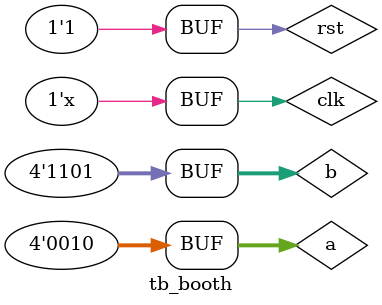
<source format=v>

module tb_booth;
 reg signed [3:0]a,b;
 reg clk,rst;
 wire signed [7:0]y;

 booth dut (.a(a),.b(b),.clk(clk),.rst(rst),.y(y));
 
 initial
 begin
 	clk=1'b0;
 	rst=1'b0;
 end
 
 always #5 clk=~clk;
 
 initial
 begin
 	#10;
 	a=4'b0010;
 	b=4'b0101;
	rst=1'b0; 	
 	#10 rst=1'b1;
 	
 	#50;
 	a=4'b0110;
 	b=4'b0101;
	rst=1'b0; 	
 	#10 rst=1'b1;

	#50;
 	a=4'b1010;
 	b=4'b0101;
	rst=1'b0; 	
 	#10 rst=1'b1;

	#50;
 	a=4'b1010;
 	b=4'b1101;
	rst=1'b0; 	
 	#10 rst=1'b1;

	#50;
 	a=4'b0010;
 	b=4'b1101;
	rst=1'b0; 	
 	#10 rst=1'b1;

 end
 
 initial
 $monitor($time," a=%d,b=%d,y=%d,rst=%b ",a,b,y,rst);
 
 endmodule

</source>
